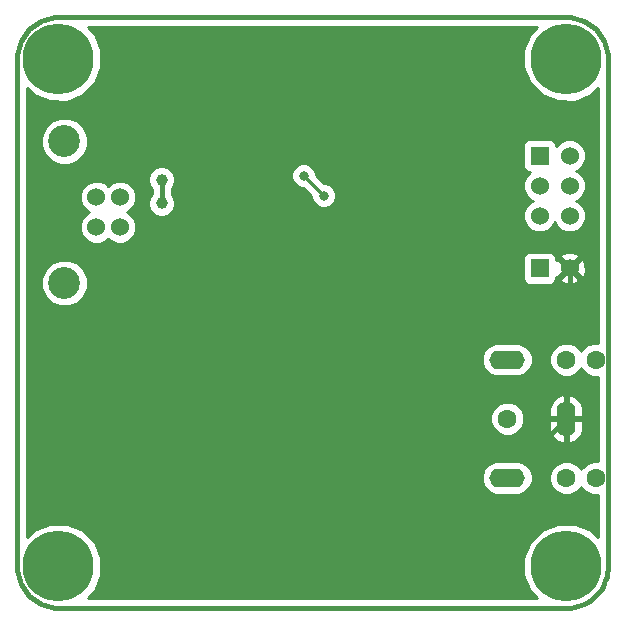
<source format=gbl>
G04 (created by PCBNEW-RS274X (2011-01-25 BZR 2758)-stable) date 2011-04-14T22:21:49 CEST*
G01*
G70*
G90*
%MOIN*%
G04 Gerber Fmt 3.4, Leading zero omitted, Abs format*
%FSLAX34Y34*%
G04 APERTURE LIST*
%ADD10C,0.006000*%
%ADD11C,0.015000*%
%ADD12R,0.060000X0.060000*%
%ADD13C,0.060000*%
%ADD14C,0.106300*%
%ADD15C,0.063000*%
%ADD16O,0.063000X0.118100*%
%ADD17O,0.118100X0.063000*%
%ADD18C,0.236200*%
%ADD19C,0.031500*%
%ADD20C,0.039400*%
%ADD21C,0.009800*%
%ADD22C,0.015700*%
%ADD23C,0.010000*%
G04 APERTURE END LIST*
G54D10*
G54D11*
X04232Y-02657D02*
X21161Y-02657D01*
X02854Y-20964D02*
X02854Y-04035D01*
X21063Y-22342D02*
X04232Y-22342D01*
X21063Y-22341D02*
X21182Y-22344D01*
X21302Y-22337D01*
X21422Y-22320D01*
X21539Y-22292D01*
X21653Y-22254D01*
X21764Y-22206D01*
X21870Y-22148D01*
X21970Y-22082D01*
X22065Y-22007D01*
X22152Y-21925D01*
X22232Y-21834D01*
X22304Y-21738D01*
X22367Y-21635D01*
X22421Y-21527D01*
X22465Y-21415D01*
X22500Y-21300D01*
X22524Y-21182D01*
X22538Y-21062D01*
X22539Y-04035D02*
X22539Y-21063D01*
X22539Y-04035D02*
X22533Y-03915D01*
X22518Y-03796D01*
X22492Y-03679D01*
X22455Y-03564D01*
X22409Y-03453D01*
X22354Y-03347D01*
X22289Y-03245D01*
X22216Y-03150D01*
X22135Y-03061D01*
X22046Y-02980D01*
X21951Y-02907D01*
X21850Y-02842D01*
X21743Y-02787D01*
X21632Y-02741D01*
X21517Y-02704D01*
X21400Y-02678D01*
X21281Y-02663D01*
X21161Y-02657D01*
X04232Y-02657D02*
X04112Y-02663D01*
X03993Y-02678D01*
X03876Y-02704D01*
X03761Y-02741D01*
X03650Y-02787D01*
X03544Y-02842D01*
X03442Y-02907D01*
X03347Y-02980D01*
X03258Y-03061D01*
X03177Y-03150D01*
X03104Y-03245D01*
X03039Y-03347D01*
X02984Y-03453D01*
X02938Y-03564D01*
X02901Y-03679D01*
X02875Y-03796D01*
X02860Y-03915D01*
X02854Y-04035D01*
X02854Y-20964D02*
X02860Y-21084D01*
X02875Y-21203D01*
X02901Y-21320D01*
X02938Y-21435D01*
X02984Y-21546D01*
X03039Y-21652D01*
X03104Y-21754D01*
X03177Y-21849D01*
X03258Y-21938D01*
X03347Y-22019D01*
X03442Y-22092D01*
X03544Y-22157D01*
X03650Y-22212D01*
X03761Y-22258D01*
X03876Y-22295D01*
X03993Y-22321D01*
X04112Y-22336D01*
X04232Y-22342D01*
G54D12*
X20267Y-11023D03*
G54D13*
X21267Y-11023D03*
G54D12*
X20267Y-07267D03*
G54D13*
X21267Y-07267D03*
X20267Y-08267D03*
X21267Y-08267D03*
X20267Y-09267D03*
X21267Y-09267D03*
X06279Y-09653D03*
X06279Y-08653D03*
X05492Y-08653D03*
X05492Y-09653D03*
G54D14*
X04429Y-11515D03*
X04429Y-06791D03*
G54D15*
X22145Y-18012D03*
X21161Y-18012D03*
X22145Y-14074D03*
X21161Y-14074D03*
X19192Y-16043D03*
G54D16*
X21161Y-16043D03*
G54D17*
X19192Y-18012D03*
X19192Y-14074D03*
G54D18*
X04232Y-04035D03*
X21161Y-04035D03*
X04232Y-20964D03*
X21161Y-20964D03*
G54D19*
X12401Y-07933D03*
X13071Y-08602D03*
G54D20*
X07677Y-08858D03*
X07677Y-08070D03*
X07578Y-07381D03*
X05610Y-15452D03*
X08267Y-16633D03*
X05610Y-16830D03*
X03838Y-15944D03*
X14370Y-15944D03*
X10827Y-17027D03*
X13779Y-21063D03*
X11614Y-21063D03*
X12204Y-08956D03*
X17815Y-08366D03*
X15453Y-06397D03*
X17913Y-12106D03*
X18208Y-10236D03*
X09941Y-06397D03*
X07500Y-12106D03*
X07500Y-10531D03*
X10138Y-09153D03*
X13484Y-09291D03*
X13484Y-09803D03*
X13484Y-10334D03*
X11909Y-10334D03*
G54D21*
X12402Y-07933D02*
X12401Y-07933D01*
X13071Y-08602D02*
X12402Y-07933D01*
G54D22*
X07677Y-08858D02*
X07677Y-08070D01*
X07185Y-06692D02*
X07185Y-07774D01*
X07480Y-06397D02*
X07185Y-06692D01*
X09941Y-06397D02*
X07480Y-06397D01*
X07382Y-09744D02*
X07500Y-09744D01*
X07185Y-09547D02*
X07382Y-09744D01*
X07185Y-07774D02*
X07185Y-09547D01*
X07578Y-07381D02*
X07185Y-07774D01*
X05610Y-15944D02*
X05610Y-15452D01*
X10827Y-17027D02*
X09350Y-17027D01*
X07578Y-16633D02*
X06889Y-15944D01*
X08956Y-16633D02*
X08267Y-16633D01*
X08267Y-16633D02*
X07578Y-16633D01*
X09350Y-17027D02*
X08956Y-16633D01*
X15453Y-06397D02*
X09941Y-06397D01*
X05610Y-16830D02*
X05610Y-15944D01*
X06889Y-15944D02*
X06890Y-15944D01*
X06890Y-15944D02*
X07500Y-15334D01*
X07500Y-15334D02*
X07500Y-12106D01*
X18208Y-11811D02*
X18209Y-11811D01*
X21267Y-11508D02*
X21267Y-11023D01*
X20669Y-12106D02*
X21267Y-11508D01*
X18504Y-12106D02*
X20669Y-12106D01*
X18209Y-11811D02*
X18504Y-12106D01*
X05118Y-15944D02*
X05610Y-15944D01*
X05610Y-15944D02*
X06889Y-15944D01*
X05118Y-15944D02*
X03838Y-15944D01*
X14370Y-15944D02*
X11319Y-15944D01*
X11319Y-15944D02*
X10827Y-16436D01*
X10827Y-16436D02*
X10827Y-17027D01*
X10827Y-21063D02*
X11614Y-21063D01*
X10827Y-17027D02*
X10827Y-21063D01*
X13779Y-21063D02*
X17421Y-21063D01*
X20374Y-16830D02*
X21161Y-16043D01*
X20374Y-18110D02*
X20374Y-16830D01*
X17421Y-21063D02*
X20374Y-18110D01*
X11614Y-21063D02*
X13779Y-21063D01*
X12204Y-08956D02*
X12992Y-09744D01*
X17815Y-08366D02*
X18011Y-08366D01*
X18208Y-08563D02*
X18208Y-10236D01*
X18011Y-08366D02*
X18208Y-08563D01*
X17520Y-06397D02*
X17519Y-06397D01*
X17519Y-06397D02*
X15453Y-06397D01*
X17815Y-06692D02*
X17520Y-06397D01*
X17815Y-08366D02*
X17815Y-06692D01*
X18208Y-11811D02*
X18208Y-10236D01*
X17913Y-12106D02*
X18208Y-11811D01*
X07500Y-12106D02*
X07500Y-10531D01*
X07500Y-10531D02*
X07500Y-09744D01*
X10138Y-09153D02*
X10138Y-09744D01*
X07500Y-09744D02*
X08956Y-09744D01*
X10039Y-09744D02*
X10138Y-09744D01*
X08956Y-09744D02*
X10039Y-09744D01*
X12992Y-09744D02*
X12992Y-09783D01*
X10138Y-09744D02*
X10630Y-09744D01*
X10630Y-09744D02*
X12697Y-09744D01*
X12697Y-09744D02*
X12893Y-09744D01*
X12893Y-09744D02*
X12992Y-09744D01*
X12992Y-09783D02*
X12992Y-10334D01*
X13484Y-09291D02*
X12992Y-09783D01*
X12953Y-10334D02*
X12992Y-10334D01*
X13484Y-09803D02*
X12953Y-10334D01*
X11909Y-10334D02*
X12992Y-10334D01*
X12992Y-10334D02*
X13484Y-10334D01*
G54D10*
G36*
X22214Y-19993D02*
X21973Y-19752D01*
X21447Y-19534D01*
X20878Y-19533D01*
X20352Y-19750D01*
X20037Y-20064D01*
X20037Y-18122D01*
X20037Y-17902D01*
X20037Y-14184D01*
X20037Y-13964D01*
X19953Y-13760D01*
X19797Y-13604D01*
X19593Y-13520D01*
X19373Y-13520D01*
X18791Y-13520D01*
X18587Y-13604D01*
X18431Y-13760D01*
X18347Y-13964D01*
X18347Y-14184D01*
X18431Y-14388D01*
X18587Y-14544D01*
X18791Y-14628D01*
X19011Y-14628D01*
X19593Y-14628D01*
X19797Y-14544D01*
X19953Y-14388D01*
X20037Y-14184D01*
X20037Y-17902D01*
X19953Y-17698D01*
X19797Y-17542D01*
X19757Y-17525D01*
X19757Y-16156D01*
X19757Y-15931D01*
X19671Y-15723D01*
X19512Y-15564D01*
X19305Y-15478D01*
X19080Y-15478D01*
X18872Y-15564D01*
X18713Y-15723D01*
X18627Y-15930D01*
X18627Y-16155D01*
X18713Y-16363D01*
X18872Y-16522D01*
X19079Y-16608D01*
X19304Y-16608D01*
X19512Y-16522D01*
X19671Y-16363D01*
X19757Y-16156D01*
X19757Y-17525D01*
X19593Y-17458D01*
X19373Y-17458D01*
X18791Y-17458D01*
X18587Y-17542D01*
X18431Y-17698D01*
X18347Y-17902D01*
X18347Y-18122D01*
X18431Y-18326D01*
X18587Y-18482D01*
X18791Y-18566D01*
X19011Y-18566D01*
X19593Y-18566D01*
X19797Y-18482D01*
X19953Y-18326D01*
X20037Y-18122D01*
X20037Y-20064D01*
X19949Y-20152D01*
X19731Y-20678D01*
X19730Y-21247D01*
X19947Y-21773D01*
X20190Y-22017D01*
X13477Y-22017D01*
X13477Y-08683D01*
X13477Y-08522D01*
X13415Y-08373D01*
X13302Y-08258D01*
X13152Y-08196D01*
X13087Y-08196D01*
X12807Y-07915D01*
X12807Y-07853D01*
X12745Y-07704D01*
X12632Y-07589D01*
X12482Y-07527D01*
X12321Y-07527D01*
X12172Y-07589D01*
X12057Y-07702D01*
X11995Y-07852D01*
X11995Y-08013D01*
X12057Y-08162D01*
X12170Y-08277D01*
X12320Y-08339D01*
X12385Y-08339D01*
X12665Y-08618D01*
X12665Y-08682D01*
X12727Y-08831D01*
X12840Y-08946D01*
X12990Y-09008D01*
X13151Y-09008D01*
X13300Y-08946D01*
X13415Y-08833D01*
X13477Y-08683D01*
X13477Y-22017D01*
X08123Y-22017D01*
X08123Y-08947D01*
X08123Y-08770D01*
X08055Y-08606D01*
X08005Y-08555D01*
X08005Y-08372D01*
X08055Y-08323D01*
X08123Y-08159D01*
X08123Y-07982D01*
X08055Y-07818D01*
X07930Y-07692D01*
X07766Y-07624D01*
X07589Y-07624D01*
X07425Y-07692D01*
X07299Y-07817D01*
X07231Y-07981D01*
X07231Y-08158D01*
X07299Y-08322D01*
X07349Y-08372D01*
X07349Y-08555D01*
X07299Y-08605D01*
X07231Y-08769D01*
X07231Y-08946D01*
X07299Y-09110D01*
X07424Y-09236D01*
X07588Y-09304D01*
X07765Y-09304D01*
X07929Y-09236D01*
X08055Y-09111D01*
X08123Y-08947D01*
X08123Y-22017D01*
X06828Y-22017D01*
X06828Y-09762D01*
X06828Y-09544D01*
X06744Y-09342D01*
X06590Y-09188D01*
X06505Y-09153D01*
X06590Y-09118D01*
X06744Y-08964D01*
X06828Y-08762D01*
X06828Y-08544D01*
X06744Y-08342D01*
X06590Y-08188D01*
X06388Y-08104D01*
X06170Y-08104D01*
X05968Y-08188D01*
X05885Y-08270D01*
X05803Y-08188D01*
X05601Y-08104D01*
X05383Y-08104D01*
X05210Y-08175D01*
X05210Y-06947D01*
X05210Y-06636D01*
X05091Y-06349D01*
X04872Y-06129D01*
X04585Y-06010D01*
X04274Y-06010D01*
X03987Y-06129D01*
X03767Y-06348D01*
X03648Y-06635D01*
X03648Y-06946D01*
X03767Y-07233D01*
X03986Y-07453D01*
X04273Y-07572D01*
X04584Y-07572D01*
X04871Y-07453D01*
X05091Y-07234D01*
X05210Y-06947D01*
X05210Y-08175D01*
X05181Y-08188D01*
X05027Y-08342D01*
X04943Y-08544D01*
X04943Y-08762D01*
X05027Y-08964D01*
X05181Y-09118D01*
X05265Y-09153D01*
X05181Y-09188D01*
X05027Y-09342D01*
X04943Y-09544D01*
X04943Y-09762D01*
X05027Y-09964D01*
X05181Y-10118D01*
X05383Y-10202D01*
X05601Y-10202D01*
X05803Y-10118D01*
X05885Y-10035D01*
X05968Y-10118D01*
X06170Y-10202D01*
X06388Y-10202D01*
X06590Y-10118D01*
X06744Y-09964D01*
X06828Y-09762D01*
X06828Y-22017D01*
X05202Y-22017D01*
X05444Y-21776D01*
X05662Y-21250D01*
X05663Y-20681D01*
X05446Y-20155D01*
X05210Y-19918D01*
X05210Y-11671D01*
X05210Y-11360D01*
X05091Y-11073D01*
X04872Y-10853D01*
X04585Y-10734D01*
X04274Y-10734D01*
X03987Y-10853D01*
X03767Y-11072D01*
X03648Y-11359D01*
X03648Y-11670D01*
X03767Y-11957D01*
X03986Y-12177D01*
X04273Y-12296D01*
X04584Y-12296D01*
X04871Y-12177D01*
X05091Y-11958D01*
X05210Y-11671D01*
X05210Y-19918D01*
X05044Y-19752D01*
X04518Y-19534D01*
X03949Y-19533D01*
X03423Y-19750D01*
X03179Y-19993D01*
X03179Y-05005D01*
X03420Y-05247D01*
X03946Y-05465D01*
X04515Y-05466D01*
X05041Y-05249D01*
X05444Y-04847D01*
X05662Y-04321D01*
X05663Y-03752D01*
X05446Y-03226D01*
X05202Y-02982D01*
X20190Y-02982D01*
X19949Y-03223D01*
X19731Y-03749D01*
X19730Y-04318D01*
X19947Y-04844D01*
X20349Y-05247D01*
X20875Y-05465D01*
X21444Y-05466D01*
X21970Y-05249D01*
X22214Y-05005D01*
X22214Y-13509D01*
X22033Y-13509D01*
X21825Y-13595D01*
X21816Y-13604D01*
X21816Y-09376D01*
X21816Y-09158D01*
X21732Y-08956D01*
X21578Y-08802D01*
X21493Y-08767D01*
X21578Y-08732D01*
X21732Y-08578D01*
X21816Y-08376D01*
X21816Y-08158D01*
X21732Y-07956D01*
X21578Y-07802D01*
X21493Y-07767D01*
X21578Y-07732D01*
X21732Y-07578D01*
X21816Y-07376D01*
X21816Y-07158D01*
X21732Y-06956D01*
X21578Y-06802D01*
X21376Y-06718D01*
X21158Y-06718D01*
X20956Y-06802D01*
X20816Y-06942D01*
X20816Y-06918D01*
X20778Y-06826D01*
X20708Y-06756D01*
X20617Y-06718D01*
X20518Y-06718D01*
X19918Y-06718D01*
X19826Y-06756D01*
X19756Y-06826D01*
X19718Y-06917D01*
X19718Y-07016D01*
X19718Y-07616D01*
X19756Y-07708D01*
X19826Y-07778D01*
X19917Y-07816D01*
X19942Y-07816D01*
X19802Y-07956D01*
X19718Y-08158D01*
X19718Y-08376D01*
X19802Y-08578D01*
X19956Y-08732D01*
X20040Y-08767D01*
X19956Y-08802D01*
X19802Y-08956D01*
X19718Y-09158D01*
X19718Y-09376D01*
X19802Y-09578D01*
X19956Y-09732D01*
X20158Y-09816D01*
X20376Y-09816D01*
X20578Y-09732D01*
X20732Y-09578D01*
X20767Y-09493D01*
X20802Y-09578D01*
X20956Y-09732D01*
X21158Y-09816D01*
X21376Y-09816D01*
X21578Y-09732D01*
X21732Y-09578D01*
X21816Y-09376D01*
X21816Y-13604D01*
X21810Y-13610D01*
X21810Y-11102D01*
X21799Y-10889D01*
X21739Y-10742D01*
X21645Y-10715D01*
X21575Y-10785D01*
X21575Y-10645D01*
X21548Y-10551D01*
X21346Y-10480D01*
X21133Y-10491D01*
X20986Y-10551D01*
X20959Y-10645D01*
X21267Y-10952D01*
X21575Y-10645D01*
X21575Y-10785D01*
X21338Y-11023D01*
X21645Y-11331D01*
X21739Y-11304D01*
X21810Y-11102D01*
X21810Y-13610D01*
X21666Y-13754D01*
X21652Y-13785D01*
X21640Y-13754D01*
X21575Y-13689D01*
X21575Y-11401D01*
X21267Y-11094D01*
X21196Y-11164D01*
X21196Y-11023D01*
X20889Y-10715D01*
X20816Y-10735D01*
X20816Y-10674D01*
X20778Y-10582D01*
X20708Y-10512D01*
X20617Y-10474D01*
X20518Y-10474D01*
X19918Y-10474D01*
X19826Y-10512D01*
X19756Y-10582D01*
X19718Y-10673D01*
X19718Y-10772D01*
X19718Y-11372D01*
X19756Y-11464D01*
X19826Y-11534D01*
X19917Y-11572D01*
X20016Y-11572D01*
X20616Y-11572D01*
X20708Y-11534D01*
X20778Y-11464D01*
X20816Y-11373D01*
X20816Y-11310D01*
X20889Y-11331D01*
X21196Y-11023D01*
X21196Y-11164D01*
X20959Y-11401D01*
X20986Y-11495D01*
X21188Y-11566D01*
X21401Y-11555D01*
X21548Y-11495D01*
X21575Y-11401D01*
X21575Y-13689D01*
X21481Y-13595D01*
X21274Y-13509D01*
X21049Y-13509D01*
X20841Y-13595D01*
X20682Y-13754D01*
X20596Y-13961D01*
X20596Y-14186D01*
X20682Y-14394D01*
X20841Y-14553D01*
X21048Y-14639D01*
X21273Y-14639D01*
X21481Y-14553D01*
X21640Y-14394D01*
X21653Y-14362D01*
X21666Y-14394D01*
X21825Y-14553D01*
X22032Y-14639D01*
X22214Y-14639D01*
X22214Y-17447D01*
X22033Y-17447D01*
X21825Y-17533D01*
X21726Y-17632D01*
X21726Y-16405D01*
X21726Y-16093D01*
X21726Y-15993D01*
X21726Y-15681D01*
X21650Y-15471D01*
X21499Y-15306D01*
X21298Y-15221D01*
X21211Y-15268D01*
X21211Y-15993D01*
X21726Y-15993D01*
X21726Y-16093D01*
X21211Y-16093D01*
X21211Y-16818D01*
X21298Y-16865D01*
X21499Y-16780D01*
X21650Y-16615D01*
X21726Y-16405D01*
X21726Y-17632D01*
X21666Y-17692D01*
X21652Y-17723D01*
X21640Y-17692D01*
X21481Y-17533D01*
X21274Y-17447D01*
X21111Y-17447D01*
X21111Y-16818D01*
X21111Y-16093D01*
X21111Y-15993D01*
X21111Y-15268D01*
X21024Y-15221D01*
X20823Y-15306D01*
X20672Y-15471D01*
X20596Y-15681D01*
X20596Y-15993D01*
X21111Y-15993D01*
X21111Y-16093D01*
X20596Y-16093D01*
X20596Y-16405D01*
X20672Y-16615D01*
X20823Y-16780D01*
X21024Y-16865D01*
X21111Y-16818D01*
X21111Y-17447D01*
X21049Y-17447D01*
X20841Y-17533D01*
X20682Y-17692D01*
X20596Y-17899D01*
X20596Y-18124D01*
X20682Y-18332D01*
X20841Y-18491D01*
X21048Y-18577D01*
X21273Y-18577D01*
X21481Y-18491D01*
X21640Y-18332D01*
X21653Y-18300D01*
X21666Y-18332D01*
X21825Y-18491D01*
X22032Y-18577D01*
X22214Y-18577D01*
X22214Y-19993D01*
X22214Y-19993D01*
G37*
G54D23*
X22214Y-19993D02*
X21973Y-19752D01*
X21447Y-19534D01*
X20878Y-19533D01*
X20352Y-19750D01*
X20037Y-20064D01*
X20037Y-18122D01*
X20037Y-17902D01*
X20037Y-14184D01*
X20037Y-13964D01*
X19953Y-13760D01*
X19797Y-13604D01*
X19593Y-13520D01*
X19373Y-13520D01*
X18791Y-13520D01*
X18587Y-13604D01*
X18431Y-13760D01*
X18347Y-13964D01*
X18347Y-14184D01*
X18431Y-14388D01*
X18587Y-14544D01*
X18791Y-14628D01*
X19011Y-14628D01*
X19593Y-14628D01*
X19797Y-14544D01*
X19953Y-14388D01*
X20037Y-14184D01*
X20037Y-17902D01*
X19953Y-17698D01*
X19797Y-17542D01*
X19757Y-17525D01*
X19757Y-16156D01*
X19757Y-15931D01*
X19671Y-15723D01*
X19512Y-15564D01*
X19305Y-15478D01*
X19080Y-15478D01*
X18872Y-15564D01*
X18713Y-15723D01*
X18627Y-15930D01*
X18627Y-16155D01*
X18713Y-16363D01*
X18872Y-16522D01*
X19079Y-16608D01*
X19304Y-16608D01*
X19512Y-16522D01*
X19671Y-16363D01*
X19757Y-16156D01*
X19757Y-17525D01*
X19593Y-17458D01*
X19373Y-17458D01*
X18791Y-17458D01*
X18587Y-17542D01*
X18431Y-17698D01*
X18347Y-17902D01*
X18347Y-18122D01*
X18431Y-18326D01*
X18587Y-18482D01*
X18791Y-18566D01*
X19011Y-18566D01*
X19593Y-18566D01*
X19797Y-18482D01*
X19953Y-18326D01*
X20037Y-18122D01*
X20037Y-20064D01*
X19949Y-20152D01*
X19731Y-20678D01*
X19730Y-21247D01*
X19947Y-21773D01*
X20190Y-22017D01*
X13477Y-22017D01*
X13477Y-08683D01*
X13477Y-08522D01*
X13415Y-08373D01*
X13302Y-08258D01*
X13152Y-08196D01*
X13087Y-08196D01*
X12807Y-07915D01*
X12807Y-07853D01*
X12745Y-07704D01*
X12632Y-07589D01*
X12482Y-07527D01*
X12321Y-07527D01*
X12172Y-07589D01*
X12057Y-07702D01*
X11995Y-07852D01*
X11995Y-08013D01*
X12057Y-08162D01*
X12170Y-08277D01*
X12320Y-08339D01*
X12385Y-08339D01*
X12665Y-08618D01*
X12665Y-08682D01*
X12727Y-08831D01*
X12840Y-08946D01*
X12990Y-09008D01*
X13151Y-09008D01*
X13300Y-08946D01*
X13415Y-08833D01*
X13477Y-08683D01*
X13477Y-22017D01*
X08123Y-22017D01*
X08123Y-08947D01*
X08123Y-08770D01*
X08055Y-08606D01*
X08005Y-08555D01*
X08005Y-08372D01*
X08055Y-08323D01*
X08123Y-08159D01*
X08123Y-07982D01*
X08055Y-07818D01*
X07930Y-07692D01*
X07766Y-07624D01*
X07589Y-07624D01*
X07425Y-07692D01*
X07299Y-07817D01*
X07231Y-07981D01*
X07231Y-08158D01*
X07299Y-08322D01*
X07349Y-08372D01*
X07349Y-08555D01*
X07299Y-08605D01*
X07231Y-08769D01*
X07231Y-08946D01*
X07299Y-09110D01*
X07424Y-09236D01*
X07588Y-09304D01*
X07765Y-09304D01*
X07929Y-09236D01*
X08055Y-09111D01*
X08123Y-08947D01*
X08123Y-22017D01*
X06828Y-22017D01*
X06828Y-09762D01*
X06828Y-09544D01*
X06744Y-09342D01*
X06590Y-09188D01*
X06505Y-09153D01*
X06590Y-09118D01*
X06744Y-08964D01*
X06828Y-08762D01*
X06828Y-08544D01*
X06744Y-08342D01*
X06590Y-08188D01*
X06388Y-08104D01*
X06170Y-08104D01*
X05968Y-08188D01*
X05885Y-08270D01*
X05803Y-08188D01*
X05601Y-08104D01*
X05383Y-08104D01*
X05210Y-08175D01*
X05210Y-06947D01*
X05210Y-06636D01*
X05091Y-06349D01*
X04872Y-06129D01*
X04585Y-06010D01*
X04274Y-06010D01*
X03987Y-06129D01*
X03767Y-06348D01*
X03648Y-06635D01*
X03648Y-06946D01*
X03767Y-07233D01*
X03986Y-07453D01*
X04273Y-07572D01*
X04584Y-07572D01*
X04871Y-07453D01*
X05091Y-07234D01*
X05210Y-06947D01*
X05210Y-08175D01*
X05181Y-08188D01*
X05027Y-08342D01*
X04943Y-08544D01*
X04943Y-08762D01*
X05027Y-08964D01*
X05181Y-09118D01*
X05265Y-09153D01*
X05181Y-09188D01*
X05027Y-09342D01*
X04943Y-09544D01*
X04943Y-09762D01*
X05027Y-09964D01*
X05181Y-10118D01*
X05383Y-10202D01*
X05601Y-10202D01*
X05803Y-10118D01*
X05885Y-10035D01*
X05968Y-10118D01*
X06170Y-10202D01*
X06388Y-10202D01*
X06590Y-10118D01*
X06744Y-09964D01*
X06828Y-09762D01*
X06828Y-22017D01*
X05202Y-22017D01*
X05444Y-21776D01*
X05662Y-21250D01*
X05663Y-20681D01*
X05446Y-20155D01*
X05210Y-19918D01*
X05210Y-11671D01*
X05210Y-11360D01*
X05091Y-11073D01*
X04872Y-10853D01*
X04585Y-10734D01*
X04274Y-10734D01*
X03987Y-10853D01*
X03767Y-11072D01*
X03648Y-11359D01*
X03648Y-11670D01*
X03767Y-11957D01*
X03986Y-12177D01*
X04273Y-12296D01*
X04584Y-12296D01*
X04871Y-12177D01*
X05091Y-11958D01*
X05210Y-11671D01*
X05210Y-19918D01*
X05044Y-19752D01*
X04518Y-19534D01*
X03949Y-19533D01*
X03423Y-19750D01*
X03179Y-19993D01*
X03179Y-05005D01*
X03420Y-05247D01*
X03946Y-05465D01*
X04515Y-05466D01*
X05041Y-05249D01*
X05444Y-04847D01*
X05662Y-04321D01*
X05663Y-03752D01*
X05446Y-03226D01*
X05202Y-02982D01*
X20190Y-02982D01*
X19949Y-03223D01*
X19731Y-03749D01*
X19730Y-04318D01*
X19947Y-04844D01*
X20349Y-05247D01*
X20875Y-05465D01*
X21444Y-05466D01*
X21970Y-05249D01*
X22214Y-05005D01*
X22214Y-13509D01*
X22033Y-13509D01*
X21825Y-13595D01*
X21816Y-13604D01*
X21816Y-09376D01*
X21816Y-09158D01*
X21732Y-08956D01*
X21578Y-08802D01*
X21493Y-08767D01*
X21578Y-08732D01*
X21732Y-08578D01*
X21816Y-08376D01*
X21816Y-08158D01*
X21732Y-07956D01*
X21578Y-07802D01*
X21493Y-07767D01*
X21578Y-07732D01*
X21732Y-07578D01*
X21816Y-07376D01*
X21816Y-07158D01*
X21732Y-06956D01*
X21578Y-06802D01*
X21376Y-06718D01*
X21158Y-06718D01*
X20956Y-06802D01*
X20816Y-06942D01*
X20816Y-06918D01*
X20778Y-06826D01*
X20708Y-06756D01*
X20617Y-06718D01*
X20518Y-06718D01*
X19918Y-06718D01*
X19826Y-06756D01*
X19756Y-06826D01*
X19718Y-06917D01*
X19718Y-07016D01*
X19718Y-07616D01*
X19756Y-07708D01*
X19826Y-07778D01*
X19917Y-07816D01*
X19942Y-07816D01*
X19802Y-07956D01*
X19718Y-08158D01*
X19718Y-08376D01*
X19802Y-08578D01*
X19956Y-08732D01*
X20040Y-08767D01*
X19956Y-08802D01*
X19802Y-08956D01*
X19718Y-09158D01*
X19718Y-09376D01*
X19802Y-09578D01*
X19956Y-09732D01*
X20158Y-09816D01*
X20376Y-09816D01*
X20578Y-09732D01*
X20732Y-09578D01*
X20767Y-09493D01*
X20802Y-09578D01*
X20956Y-09732D01*
X21158Y-09816D01*
X21376Y-09816D01*
X21578Y-09732D01*
X21732Y-09578D01*
X21816Y-09376D01*
X21816Y-13604D01*
X21810Y-13610D01*
X21810Y-11102D01*
X21799Y-10889D01*
X21739Y-10742D01*
X21645Y-10715D01*
X21575Y-10785D01*
X21575Y-10645D01*
X21548Y-10551D01*
X21346Y-10480D01*
X21133Y-10491D01*
X20986Y-10551D01*
X20959Y-10645D01*
X21267Y-10952D01*
X21575Y-10645D01*
X21575Y-10785D01*
X21338Y-11023D01*
X21645Y-11331D01*
X21739Y-11304D01*
X21810Y-11102D01*
X21810Y-13610D01*
X21666Y-13754D01*
X21652Y-13785D01*
X21640Y-13754D01*
X21575Y-13689D01*
X21575Y-11401D01*
X21267Y-11094D01*
X21196Y-11164D01*
X21196Y-11023D01*
X20889Y-10715D01*
X20816Y-10735D01*
X20816Y-10674D01*
X20778Y-10582D01*
X20708Y-10512D01*
X20617Y-10474D01*
X20518Y-10474D01*
X19918Y-10474D01*
X19826Y-10512D01*
X19756Y-10582D01*
X19718Y-10673D01*
X19718Y-10772D01*
X19718Y-11372D01*
X19756Y-11464D01*
X19826Y-11534D01*
X19917Y-11572D01*
X20016Y-11572D01*
X20616Y-11572D01*
X20708Y-11534D01*
X20778Y-11464D01*
X20816Y-11373D01*
X20816Y-11310D01*
X20889Y-11331D01*
X21196Y-11023D01*
X21196Y-11164D01*
X20959Y-11401D01*
X20986Y-11495D01*
X21188Y-11566D01*
X21401Y-11555D01*
X21548Y-11495D01*
X21575Y-11401D01*
X21575Y-13689D01*
X21481Y-13595D01*
X21274Y-13509D01*
X21049Y-13509D01*
X20841Y-13595D01*
X20682Y-13754D01*
X20596Y-13961D01*
X20596Y-14186D01*
X20682Y-14394D01*
X20841Y-14553D01*
X21048Y-14639D01*
X21273Y-14639D01*
X21481Y-14553D01*
X21640Y-14394D01*
X21653Y-14362D01*
X21666Y-14394D01*
X21825Y-14553D01*
X22032Y-14639D01*
X22214Y-14639D01*
X22214Y-17447D01*
X22033Y-17447D01*
X21825Y-17533D01*
X21726Y-17632D01*
X21726Y-16405D01*
X21726Y-16093D01*
X21726Y-15993D01*
X21726Y-15681D01*
X21650Y-15471D01*
X21499Y-15306D01*
X21298Y-15221D01*
X21211Y-15268D01*
X21211Y-15993D01*
X21726Y-15993D01*
X21726Y-16093D01*
X21211Y-16093D01*
X21211Y-16818D01*
X21298Y-16865D01*
X21499Y-16780D01*
X21650Y-16615D01*
X21726Y-16405D01*
X21726Y-17632D01*
X21666Y-17692D01*
X21652Y-17723D01*
X21640Y-17692D01*
X21481Y-17533D01*
X21274Y-17447D01*
X21111Y-17447D01*
X21111Y-16818D01*
X21111Y-16093D01*
X21111Y-15993D01*
X21111Y-15268D01*
X21024Y-15221D01*
X20823Y-15306D01*
X20672Y-15471D01*
X20596Y-15681D01*
X20596Y-15993D01*
X21111Y-15993D01*
X21111Y-16093D01*
X20596Y-16093D01*
X20596Y-16405D01*
X20672Y-16615D01*
X20823Y-16780D01*
X21024Y-16865D01*
X21111Y-16818D01*
X21111Y-17447D01*
X21049Y-17447D01*
X20841Y-17533D01*
X20682Y-17692D01*
X20596Y-17899D01*
X20596Y-18124D01*
X20682Y-18332D01*
X20841Y-18491D01*
X21048Y-18577D01*
X21273Y-18577D01*
X21481Y-18491D01*
X21640Y-18332D01*
X21653Y-18300D01*
X21666Y-18332D01*
X21825Y-18491D01*
X22032Y-18577D01*
X22214Y-18577D01*
X22214Y-19993D01*
M02*

</source>
